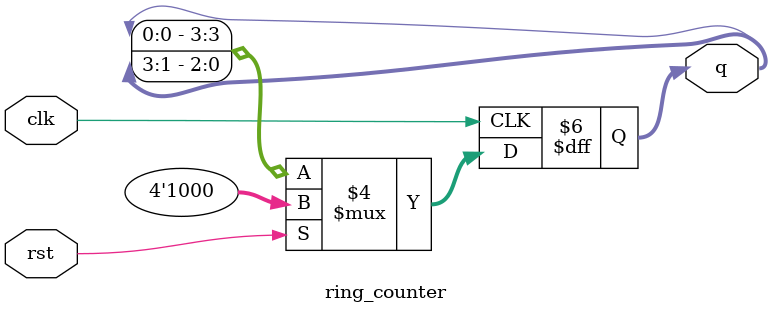
<source format=v>
`timescale 1ns / 1ps
module ring_counter(
    input clk,rst,
    output reg [3:0] q
    );

always@(posedge clk)
begin

if(rst==1) begin
q<=4'b1000; end

else begin
q<={q[0],q[3:1]};
end
end

endmodule

</source>
